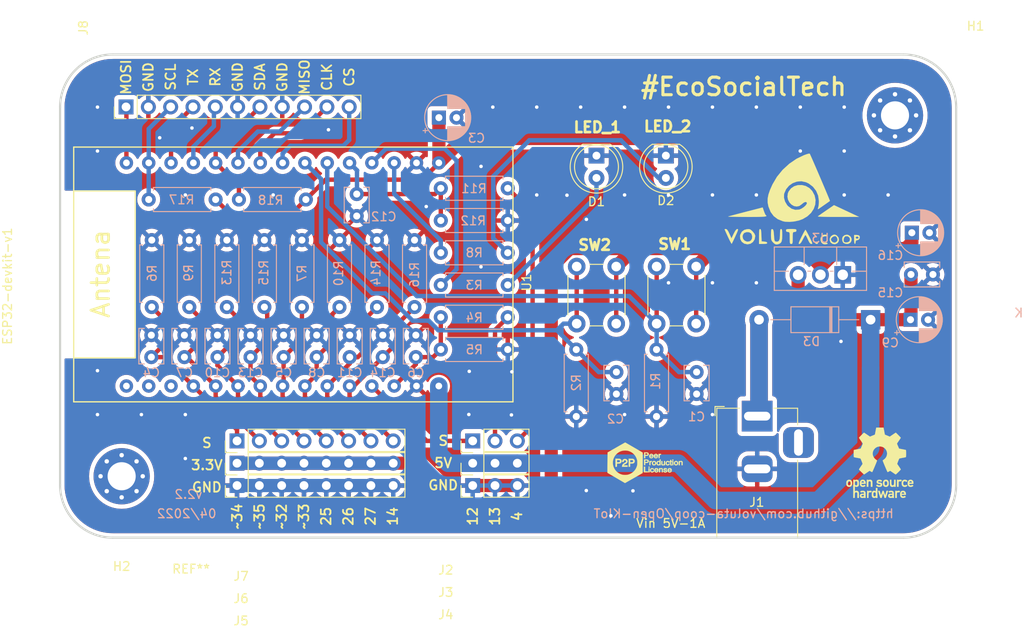
<source format=kicad_pcb>
(kicad_pcb (version 20211014) (generator pcbnew)
  (layers (0 "F.Cu" signal) (31 "B.Cu" signal) (34 "B.Paste" user) (35 "F.Paste" user) (36 "B.SilkS" user "B.Silkscreen") (37 "F.SilkS" user "F.Silkscreen") (38 "B.Mask" user) (39 "F.Mask" user) (44 "Edge.Cuts" user))
  (net 0 "")
  (net 1 "GND")
  (net 2 "PULS_1")
  (net 3 "PULS_2")
  (net 4 "+5V")
  (net 5 "+3V3")
  (net 6 "Net-(D1-Pad2)")
  (net 7 "Net-(D2-Pad2)")
  (net 8 "Net-(D3-Pad2)")
  (net 9 "CS")
  (net 10 "CLK")
  (net 11 "MISO")
  (net 12 "MOSI")
  (net 13 "SCL")
  (net 14 "SDA")
  (net 15 "RX")
  (net 16 "TX")
  (net 17 "LED_1")
  (net 18 "LED_2")
  (net 19 "IO_1")
  (net 20 "IO_5")
  (net 21 "IO_2")
  (net 22 "IO_6")
  (net 23 "IO_3")
  (net 24 "IO_7")
  (net 25 "IO_4")
  (net 26 "IO_8")
  (net 27 "O_5V")
  (net 28 "IN1_5V")
  (net 29 "IN2_5V")
  (net 33 "S1_IN_5V")
  (net 34 "S2_IN_5V")
  (footprint "LED_THT:LED_D5.0mm_Clear" (layer "F.Cu") (at 128.2475 124.545 -90)
    (fp_text reference "D2")
    (fp_text value "LED_2")
  )
  (footprint "LED_THT:LED_D5.0mm_Clear" (layer "F.Cu") (at 120.3475 124.545 -90)
    (fp_text reference "D1")
    (fp_text value "LED_1")
  )
  (footprint "eGallinero:ESP32-DevKit-v1" (layer "F.Cu") (at 85.8411 138.0681 90)
    (fp_text reference "U1")
    (fp_text value "ESP32-devkit-v1")
  )
  (footprint "Button_Switch_THT:SW_PUSH_6mm_H4.3mm" (layer "F.Cu") (at 118.0975 143.67 90)
    (fp_text reference "SW2")
    (fp_text value "SW_DIP_x01")
  )
  (footprint "Button_Switch_THT:SW_PUSH_6mm_H4.3mm" (layer "F.Cu") (at 127.1975 143.67 90)
    (fp_text reference "SW1")
    (fp_text value "SW_DIP_x01")
  )
  (footprint "Connector_BarrelJack:BarrelJack_Horizontal" (layer "F.Cu") (at 138.6425 154.2 90)
    (fp_text reference "J1")
    (fp_text value "Jack-DC")
  )
  (footprint "eGallinero:voluta_logo" (layer "F.Cu") (at 142.6 129.4)
    (fp_text reference "G***" hide)
    (fp_text value "LOGO" hide)
  )
  (footprint "MountingHole:MountingHole_3.2mm_M3_Pad_Via" (layer "F.Cu") (at 66.3 161.04)
    (fp_text reference "H2")
    (fp_text value "MountingHole")
  )
  (footprint "Connector_PinHeader_2.54mm:PinHeader_1x03_P2.54mm_Vertical" (layer "F.Cu") (at 106.2589 162.0964 90)
    (fp_text reference "J4")
    (fp_text value "Conn_01x03")
  )
  (footprint "Connector_PinHeader_2.54mm:PinHeader_1x08_P2.54mm_Vertical" (layer "F.Cu") (at 79.4339 159.5564 90)
    (fp_text reference "J6")
    (fp_text value "Conn_01x08")
  )
  (footprint "Connector_PinHeader_2.54mm:PinHeader_1x03_P2.54mm_Vertical" (layer "F.Cu") (at 106.2589 157.0164 90)
    (fp_text reference "J2")
    (fp_text value "Conn_01x03")
  )
  (footprint "eGallinero:edge_2" (layer "F.Cu") (at 74.10392 164.70232)
    (fp_text reference "REF**")
    (fp_text value "edge_2")
    (fp_line (start -8.81392 3.32768) (end 81.18608 3.32768) (layer "Edge.Cuts") (width 0.25))
    (fp_line (start 87.18608 -2.67232) (end 87.18608 -45.67232) (layer "Edge.Cuts") (width 0.25))
    (fp_line (start 81.18608 -51.67232) (end -8.81392 -51.67232) (layer "Edge.Cuts") (width 0.25))
    (fp_line (start -14.81392 -45.67232) (end -14.81392 -2.67232) (layer "Edge.Cuts") (width 0.25))
    (fp_arc (start -14.81392 -45.67232) (mid -13.056561 -49.914961) (end -8.81392 -51.67232) (layer "Edge.Cuts") (width 0.25))
    (fp_arc (start 87.18608 -2.67232) (mid 85.428727 1.570327) (end 81.18608 3.32768) (layer "Edge.Cuts") (width 0.25))
    (fp_arc (start 81.18608 -51.67232) (mid 85.428705 -49.914963) (end 87.18608 -45.67232) (layer "Edge.Cuts") (width 0.25))
    (fp_arc (start -8.81392 3.32768) (mid -13.056561 1.570321) (end -14.81392 -2.67232) (layer "Edge.Cuts") (width 0.25))
  )
  (footprint "eGallinero:licencia_p2p" (layer "F.Cu") (at 125.9 159.495077)
    (fp_text reference "G***" hide)
    (fp_text value "LOGO" hide)
  )
  (footprint "Connector_PinHeader_2.54mm:PinHeader_1x08_P2.54mm_Vertical" (layer "F.Cu") (at 79.4339 162.0964 90)
    (fp_text reference "J5")
    (fp_text value "Conn_01x08")
  )
  (footprint "Connector_PinHeader_2.54mm:PinHeader_1x11_P2.54mm_Vertical" (layer "F.Cu") (at 66.8 119 90)
    (fp_text reference "J8")
    (fp_text value "Conn_01x11")
  )
  (footprint "Connector_PinHeader_2.54mm:PinHeader_1x03_P2.54mm_Vertical" (layer "F.Cu") (at 106.2589 159.5564 90)
    (fp_text reference "J3")
    (fp_text value "Conn_01x03")
  )
  (footprint "Symbol:OSHW-Logo_7.5x8mm_SilkScreen" (layer "F.Cu") (at 152.6 159.5)
    (fp_text reference "REF**" hide)
    (fp_text value "OSHW-Logo_7.5x8mm_SilkScreen" hide)
  )
  (footprint "MountingHole:MountingHole_3.2mm_M3_Pad_Via" (layer "F.Cu") (at 154.33 119.96)
    (fp_text reference "H1")
    (fp_text value "MountingHole")
  )
  (footprint "Connector_PinHeader_2.54mm:PinHeader_1x08_P2.54mm_Vertical" (layer "F.Cu") (at 79.4339 157.0164 90)
    (fp_text reference "J7")
    (fp_text value "Conn_01x08")
  )
  (footprint "Resistor_THT:R_Axial_DIN0207_L6.3mm_D2.5mm_P7.62mm_Horizontal" (layer "B.Cu") (at 99.6375 134.16 -90)
    (fp_text reference "R16")
    (fp_text value "10K")
  )
  (footprint "Resistor_THT:R_Axial_DIN0207_L6.3mm_D2.5mm_P7.62mm_Horizontal" (layer "B.Cu") (at 74.000357 134.16 -90)
    (fp_text reference "R9")
    (fp_text value "10K")
  )
  (footprint "Capacitor_THT:C_Disc_D3.8mm_W2.6mm_P2.50mm" (layer "B.Cu") (at 84.7325 147.48 90)
    (fp_text reference "C5")
    (fp_text value "100nF")
  )
  (footprint "Resistor_THT:R_Axial_DIN0207_L6.3mm_D2.5mm_P7.62mm_Horizontal" (layer "B.Cu") (at 69.3775 129.54)
    (fp_text reference "R17")
    (fp_text value "10K")
  )
  (footprint "Resistor_THT:R_Axial_DIN0207_L6.3mm_D2.5mm_P7.62mm_Horizontal" (layer "B.Cu") (at 127.180832 146.62 -90)
    (fp_text reference "R1")
    (fp_text value "10K")
  )
  (footprint "Resistor_THT:R_Axial_DIN0207_L6.3mm_D2.5mm_P7.62mm_Horizontal" (layer "B.Cu") (at 110.2475 142.94 180)
    (fp_text reference "R4")
    (fp_text value "5K")
  )
  (footprint "Resistor_THT:R_Axial_DIN0207_L6.3mm_D2.5mm_P7.62mm_Horizontal" (layer "B.Cu") (at 82.546071 134.16 -90)
    (fp_text reference "R15")
    (fp_text value "10K")
  )
  (footprint "Capacitor_THT:C_Disc_D3.8mm_W2.6mm_P2.50mm" (layer "B.Cu") (at 93.0575 128.92 -90)
    (fp_text reference "C12")
    (fp_text value "100nF")
  )
  (footprint "Resistor_THT:R_Axial_DIN0207_L6.3mm_D2.5mm_P7.62mm_Horizontal" (layer "B.Cu") (at 91.091785 134.16 -90)
    (fp_text reference "R10")
    (fp_text value "10K")
  )
  (footprint "Capacitor_THT:C_Disc_D3.8mm_W2.6mm_P2.50mm" (layer "B.Cu") (at 69.6775 147.48 90)
    (fp_text reference "C4")
    (fp_text value "100nF")
  )
  (footprint "Resistor_THT:R_Axial_DIN0207_L6.3mm_D2.5mm_P7.62mm_Horizontal" (layer "B.Cu") (at 102.6275 131.93)
    (fp_text reference "R12")
    (fp_text value "10K")
  )
  (footprint "Capacitor_THT:C_Disc_D3.8mm_W2.6mm_P2.50mm" (layer "B.Cu") (at 77.205 147.48 90)
    (fp_text reference "C10")
    (fp_text value "100nF")
  )
  (footprint "Capacitor_THT:C_Disc_D3.8mm_W2.6mm_P2.50mm" (layer "B.Cu") (at 88.49625 147.48 90)
    (fp_text reference "C8")
    (fp_text value "100nF")
  )
  (footprint "Capacitor_THT:C_Disc_D3.8mm_W2.6mm_P2.50mm" (layer "B.Cu") (at 156.1475 138.07)
    (fp_text reference "C16")
    (fp_text value "100nF")
  )
  (footprint "Capacitor_THT:C_Disc_D3.8mm_W2.6mm_P2.50mm" (layer "B.Cu") (at 92.26 147.48 90)
    (fp_text reference "C11")
    (fp_text value "100nF")
  )
  (footprint "Resistor_THT:R_Axial_DIN0207_L6.3mm_D2.5mm_P7.62mm_Horizontal" (layer "B.Cu") (at 79.6475 129.54)
    (fp_text reference "R18")
    (fp_text value "10K")
  )
  (footprint "Capacitor_THT:C_Disc_D3.8mm_W2.6mm_P2.50mm" (layer "B.Cu") (at 96.02375 147.48 90)
    (fp_text reference "C14")
    (fp_text value "100nF")
  )
  (footprint "Package_TO_SOT_THT:TO-220F-3_Vertical" (layer "B.Cu") (at 148.38 138.11 180)
    (fp_text reference "U3")
    (fp_text value "LD1117V33C")
  )
  (footprint "Resistor_THT:R_Axial_DIN0207_L6.3mm_D2.5mm_P7.62mm_Horizontal" (layer "B.Cu") (at 95.364642 134.16 -90)
    (fp_text reference "R14")
    (fp_text value "10K")
  )
  (footprint "Capacitor_THT:CP_Radial_D5.0mm_P2.00mm" (layer "B.Cu") (at 156.2475 133.32)
    (fp_text reference "C15")
    (fp_text value "10u")
  )
  (footprint "Capacitor_THT:C_Disc_D3.8mm_W2.6mm_P2.50mm" (layer "B.Cu") (at 122.614166 149.18 -90)
    (fp_text reference "C2")
    (fp_text value "100nF")
  )
  (footprint "Diode_THT:D_DO-41_SOD81_P12.70mm_Horizontal" (layer "B.Cu") (at 151.552613 143.22 180)
    (fp_text reference "D3")
    (fp_text value "1N5819")
  )
  (footprint "Capacitor_THT:C_Disc_D3.8mm_W2.6mm_P2.50mm" (layer "B.Cu") (at 131.7475 149.18 -90)
    (fp_text reference "C1")
    (fp_text value "100nF")
  )
  (footprint "Resistor_THT:R_Axial_DIN0207_L6.3mm_D2.5mm_P7.62mm_Horizontal" (layer "B.Cu") (at 110.2475 128.26 180)
    (fp_text reference "R11")
    (fp_text value "5K")
  )
  (footprint "Capacitor_THT:C_Disc_D3.8mm_W2.6mm_P2.50mm" (layer "B.Cu") (at 99.7875 147.48 90)
    (fp_text reference "C6")
    (fp_text value "100nF")
  )
  (footprint "Resistor_THT:R_Axial_DIN0207_L6.3mm_D2.5mm_P7.62mm_Horizontal" (layer "B.Cu") (at 78.273214 134.16 -90)
    (fp_text reference "R13")
    (fp_text value "10K")
  )
  (footprint "Resistor_THT:R_Axial_DIN0207_L6.3mm_D2.5mm_P7.62mm_Horizontal" (layer "B.Cu") (at 102.6275 146.61)
    (fp_text reference "R5")
    (fp_text value "10K")
  )
  (footprint "Capacitor_THT:C_Disc_D3.8mm_W2.6mm_P2.50mm" (layer "B.Cu") (at 73.44125 147.48 90)
    (fp_text reference "C7")
    (fp_text value "100nF")
  )
  (footprint "Capacitor_THT:CP_Radial_D5.0mm_P2.00mm" (layer "B.Cu") (at 156.092388 143.22)
    (fp_text reference "C9")
    (fp_text value "100u")
  )
  (footprint "Resistor_THT:R_Axial_DIN0207_L6.3mm_D2.5mm_P7.62mm_Horizontal" (layer "B.Cu") (at 118.0475 146.62 -90)
    (fp_text reference "R2")
    (fp_text value "10K")
  )
  (footprint "Capacitor_THT:CP_Radial_D5.0mm_P2.00mm" (layer "B.Cu") (at 102.412388 120.22)
    (fp_text reference "C3")
    (fp_text value "100u")
  )
  (footprint "Resistor_THT:R_Axial_DIN0207_L6.3mm_D2.5mm_P7.62mm_Horizontal" (layer "B.Cu") (at 86.818928 134.16 -90)
    (fp_text reference "R7")
    (fp_text value "10K")
  )
  (footprint "Resistor_THT:R_Axial_DIN0207_L6.3mm_D2.5mm_P7.62mm_Horizontal" (layer "B.Cu") (at 102.6275 135.6)
    (fp_text reference "R8")
    (fp_text value "330")
  )
  (footprint "Resistor_THT:R_Axial_DIN0207_L6.3mm_D2.5mm_P7.62mm_Horizontal" (layer "B.Cu") (at 102.6275 139.27)
    (fp_text reference "R3")
    (fp_text value "330")
  )
  (footprint "Capacitor_THT:C_Disc_D3.8mm_W2.6mm_P2.50mm" (layer "B.Cu") (at 80.96875 147.48 90)
    (fp_text reference "C13")
    (fp_text value "100nF")
  )
  (footprint "Resistor_THT:R_Axial_DIN0207_L6.3mm_D2.5mm_P7.62mm_Horizontal" (layer "B.Cu") (at 69.7275 134.16 -90)
    (fp_text reference "R6")
    (fp_text value "10K")
  )
  (gr_text "04/2022" (at 73.7 165.3) (layer "B.SilkS") (effects (font (size 1 1)) (justify mirror)))
  (gr_text "https://github.com/voluta-coop/Open-KIoT" (at 137.1 165.3) (layer "B.SilkS") (effects (font (size 1 1)) (justify mirror)))
  (gr_text "v2.2" (at 73.9 163.1) (layer "B.SilkS") (effects (font (size 1 1)) (justify mirror)))
  (gr_text "GND" (at 79.5 115.6 90) (layer "F.SilkS") (effects (font (size 1.1 1.1) (thickness 0.2))))
  (gr_text "12" (at 106.257145 165.6 90) (layer "F.SilkS") (effects (font (size 1.1 1.1) (thickness 0.2))))
  (gr_text "CS" (at 92.2 115.6 90) (layer "F.SilkS") (effects (font (size 1.1 1.1) (thickness 0.2))))
  (gr_text "~34" (at 79.457145 165.6 90) (layer "F.SilkS") (effects (font (size 1.1 1.1) (thickness 0.2))))
  (gr_text "27" (at 94.628571 165.6 90) (layer "F.SilkS") (effects (font (size 1.1 1.1) (thickness 0.2))))
  (gr_text "14" (at 97.157145 165.600001 90) (layer "F.SilkS") (effects (font (size 1.1 1.1) (thickness 0.2))))
  (gr_text "5V" (at 102.899999 159.528571) (layer "F.SilkS") (effects (font (size 1.1 1.1) (thickness 0.2))))
  (gr_text "26" (at 92.1 165.6 90) (layer "F.SilkS") (effects (font (size 1.1 1.1) (thickness 0.2))))
  (gr_text "SCL" (at 71.88 115.6 90) (layer "F.SilkS") (effects (font (size 1.1 1.1) (thickness 0.2))))
  (gr_text "Vin 5V-1A" (at 128.8 166.4) (layer "F.SilkS") (effects (font (size 1 1))))
  (gr_text "~33" (at 87.042858 165.600001 90) (layer "F.SilkS") (effects (font (size 1.1 1.1) (thickness 0.2))))
  (gr_text "RX" (at 76.96 115.6 90) (layer "F.SilkS") (effects (font (size 1.1 1.1) (thickness 0.2))))
  (gr_text "#EcoSocialTech" (at 137.1 116.7) (layer "F.SilkS") (effects (font (size 2 2) (thickness 0.35))))
  (gr_text "Antena" (at 63.9 138 90) (layer "F.SilkS") (effects (font (size 2 2) (thickness 0.3))))
  (gr_text "S" (at 102.9 157) (layer "F.SilkS") (effects (font (size 1.1 1.1) (thickness 0.2))))
  (gr_text "TX" (at 74.42 115.599999 90) (layer "F.SilkS") (effects (font (size 1.1 1.1) (thickness 0.2))))
  (gr_text "~35" (at 81.985716 165.600001 90) (layer "F.SilkS") (effects (font (size 1.1 1.1) (thickness 0.2))))
  (gr_text "CLK" (at 89.66 115.599999 90) (layer "F.SilkS") (effects (font (size 1.1 1.1) (thickness 0.2))))
  (gr_text "13" (at 108.785716 165.600001 90) (layer "F.SilkS") (effects (font (size 1.1 1.1) (thickness 0.2))))
  (gr_text "S" (at 76 157.242858) (layer "F.SilkS") (effects (font (size 1.1 1.1) (thickness 0.2))))
  (gr_text "3.3V" (at 75.999999 159.771429) (layer "F.SilkS") (effects (font (size 1.1 1.1) (thickness 0.2))))
  (gr_text "25" (at 89.571429 165.6 90) (layer "F.SilkS") (effects (font (size 1.1 1.1) (thickness 0.2))))
  (gr_text "4" (at 111.314287 165.6 90) (layer "F.SilkS") (effects (font (size 1.1 1.1) (thickness 0.2))))
  (gr_text "~32" (at 84.514287 165.6 90) (layer "F.SilkS") (effects (font (size 1.1 1.1) (thickness 0.2))))
  (gr_text "MOSI" (at 66.8 115.599999 90) (layer "F.SilkS") (effects (font (size 1.1 1.1) (thickness 0.2))))
  (gr_text "GND" (at 69.34 115.6 90) (layer "F.SilkS") (effects (font (size 1.1 1.1) (thickness 0.2))))
  (gr_text "GND" (at 102.9 162.057142) (layer "F.SilkS") (effects (font (size 1.1 1.1) (thickness 0.2))))
  (gr_text "GND" (at 84.58 115.6 90) (layer "F.SilkS") (effects (font (size 1.1 1.1) (thickness 0.2))))
  (gr_text "MISO" (at 87.12 115.599999 90) (layer "F.SilkS") (effects (font (size 1.1 1.1) (thickness 0.2))))
  (gr_text "SDA" (at 82.04 115.599999 90) (layer "F.SilkS") (effects (font (size 1.1 1.1) (thickness 0.2))))
  (gr_text "GND" (at 76 162.3) (layer "F.SilkS") (effects (font (size 1.1 1.1) (thickness 0.2))))
  (segment (start 111.3389 162.0964) (end 106.2589 162.0964) (width 1.5) (layer "F.Cu") (net 1))
  (via (at 73.5475 129.02) (size 0.8) (drill 0.4) (layers "F.Cu" "B.Cu") (net 1))
  (via (at 128.5475 139.02) (size 0.8) (drill 0.4) (layers "F.Cu" "B.Cu") (net 1))
  (via (at 148.5475 124.02) (size 0.8) (drill 0.4) (layers "F.Cu" "B.Cu") (net 1))
  (via (at 143.5475 124.02) (size 0.8) (drill 0.4) (layers "F.Cu" "B.Cu") (net 1))
  (via (at 121.99 165.54) (size 0.8) (drill 0.4) (layers "F.Cu" "B.Cu") (net 1))
  (via (at 133.5475 129.02) (size 0.8) (drill 0.4) (layers "F.Cu" "B.Cu") (net 1))
  (via (at 110.7175 149.15) (size 0.8) (drill 0.4) (layers "F.Cu" "B.Cu") (net 1))
  (via (at 107.2075 125.77) (size 0.8) (drill 0.4) (layers "F.Cu" "B.Cu") (net 1))
  (via (at 148.5475 119.02) (size 0.8) (drill 0.4) (layers "F.Cu" "B.Cu") (net 1))
  (via (at 105.8175 154.01) (size 0.8) (drill 0.4) (layers "F.Cu" "B.Cu") (net 1))
  (via (at 133.5475 119.02) (size 0.8) (drill 0.4) (layers "F.Cu" "B.Cu") (net 1))
  (via (at 74.3 121.4) (size 0.8) (drill 0.4) (layers "F.Cu" "B.Cu") (net 1))
  (via (at 118.5475 119.02) (size 0.8) (drill 0.4) (layers "F.Cu" "B.Cu") (net 1))
  (via (at 153.5475 129.02) (size 0.8) (drill 0.4) (layers "F.Cu" "B.Cu") (net 1))
  (via (at 63.5475 119.02) (size 0.8) (drill 0.4) (layers "F.Cu" "B.Cu") (net 1))
  (via (at 133.5475 154.02) (size 0.8) (drill 0.4) (layers "F.Cu" "B.Cu") (net 1))
  (via (at 124.5 162.7) (size 0.8) (drill 0.4) (layers "F.Cu" "B.Cu") (net 1))
  (via (at 100.97 130.34) (size 0.8) (drill 0.4) (layers "F.Cu" "B.Cu") (net 1))
  (via (at 138.5475 129.02) (size 0.8) (drill 0.4) (layers "F.Cu" "B.Cu") (net 1))
  (via (at 73.5475 159.02) (size 0.8) (drill 0.4) (layers "F.Cu" "B.Cu") (net 1))
  (via (at 113.5475 129.02) (size 0.8) (drill 0.4) (layers "F.Cu" "B.Cu") (net 1))
  (via (at 73.5475 154.02) (size 0.8) (drill 0.4) (layers "F.Cu" "B.Cu") (net 1))
  (via (at 108.5475 119.02) (size 0.8) (drill 0.4) (layers "F.Cu" "B.Cu") (net 1))
  (via (at 63.5475 154.02) (size 0.8) (drill 0.4) (layers "F.Cu" "B.Cu") (net 1))
  (via (at 116.9875 129.05) (size 0.8) (drill 0.4) (layers "F.Cu" "B.Cu") (net 1))
  (via (at 107.2 137.2) (size 0.8) (drill 0.4) (layers "F.Cu" "B.Cu") (net 1))
  (via (at 133.5475 139.02) (size 0.8) (drill 0.4) (layers "F.Cu" "B.Cu") (net 1))
  (via (at 83.5475 129.02) (size 0.8) (drill 0.4) (layers "F.Cu" "B.Cu") (net 1))
  (via (at 148.5475 129.02) (size 0.8) (drill 0.4) (layers "F.Cu" "B.Cu") (net 1))
  (via (at 123.5475 129.02) (size 0.8) (drill 0.4) (layers "F.Cu" "B.Cu") (net 1))
  (via (at 143.5475 119.02) (size 0.8) (drill 0.4) (layers "F.Cu" "B.Cu") (net 1))
  (via (at 123.5475 119.02) (size 0.8) (drill 0.4) (layers "F.Cu" "B.Cu") (net 1))
  (via (at 63.5475 124.02) (size 0.8) (drill 0.4) (layers "F.Cu" "B.Cu") (net 1))
  (via (at 119.2 131.8) (size 0.8) (drill 0.4) (layers "F.Cu" "B.Cu") (net 1))
  (via (at 113.5475 119.02) (size 0.8) (drill 0.4) (layers "F.Cu" "B.Cu") (net 1))
  (via (at 70.63 122.51) (size 0.8) (drill 0.4) (layers "F.Cu" "B.Cu") (net 1))
  (via (at 110.6675 154.06) (size 0.8) (drill 0.4) (layers "F.Cu" "B.Cu") (net 1))
  (via (at 148.18 145.69) (size 0.8) (drill 0.4) (layers "F.Cu" "B.Cu") (net 1))
  (via (at 138.5475 139.02) (size 0.8) (drill 0.4) (layers "F.Cu" "B.Cu") (net 1))
  (via (at 123.5475 154.02) (size 0.8) (drill 0.4) (layers "F.Cu" "B.Cu") (net 1))
  (via (at 89.84 121.6) (size 0.8) (drill 0.4) (layers "F.Cu" "B.Cu") (net 1))
  (via (at 119.19 162.67) (size 0.8) (drill 0.4) (layers "F.Cu" "B.Cu") (net 1))
  (via (at 63.5475 149.02) (size 0.8) (drill 0.4) (layers "F.Cu" "B.Cu") (net 1))
  (via (at 128.5475 119.02) (size 0.8) (drill 0.4) (layers "F.Cu" "B.Cu") (net 1))
  (via (at 128.5475 129.02) (size 0.8) (drill 0.4) (layers "F.Cu" "B.Cu") (net 1))
  (via (at 105.8675 149.1) (size 0.8) (drill 0.4) (layers "F.Cu" "B.Cu") (net 1))
  (via (at 68.5475 154.02) (size 0.8) (drill 0.4) (layers "F.Cu" "B.Cu") (net 1))
  (via (at 138.5475 119.02) (size 0.8) (drill 0.4) (layers "F.Cu" "B.Cu") (net 1))
  (segment (start 97.2139 162.0964) (end 79.4339 162.0964) (width 1.5) (layer "B.Cu") (net 1))
  (segment (start 118.0975 137.17) (end 118.0975 143.67) (width 0.5) (layer "F.Cu") (net 2))
  (segment (start 89.00158 134.402557) (end 94.819023 140.22) (width 0.5) (layer "B.Cu") (net 2))
  (segment (start 116.3725 143.895) (end 116.3625 143.905) (width 0.5) (layer "B.Cu") (net 2))
  (segment (start 120.6075 149.18) (end 118.0475 146.62) (width 0.5) (layer "B.Cu") (net 2))
  (segment (start 94.819023 140.22) (end 96.310424 140.22) (width 0.5) (layer "B.Cu") (net 2))
  (segment (start 99.420913 143.330489) (end 101.250913 143.330489) (width 0.5) (layer "B.Cu") (net 2))
  (segment (start 116.3625 144.935) (end 118.0475 146.62) (width 0.5) (layer "B.Cu") (net 2))
  (segment (start 116.3725 143.895) (end 116.5975 143.67) (width 0.5) (layer "B.Cu") (net 2))
  (segment (start 115.8475 144.42) (end 116.3625 144.935) (width 0.5) (layer "B.Cu") (net 2))
  (segment (start 87.1611 125.3681) (end 89.00158 127.20858) (width 0.5) (layer "B.Cu") (net 2))
  (segment (start 116.5975 143.67) (end 118.0975 143.67) (width 0.5) (layer "B.Cu") (net 2))
  (segment (start 102.340424 144.42) (end 115.8475 144.42) (width 0.5) (layer "B.Cu") (net 2))
  (segment (start 118.0975 146.57) (end 118.0475 146.62) (width 0.5) (layer "B.Cu") (net 2))
  (segment (start 89.00158 127.20858) (end 89.00158 134.402557) (width 0.5) (layer "B.Cu") (net 2))
  (segment (start 116.3625 143.905) (end 116.3625 144.935) (width 0.5) (layer "B.Cu") (net 2))
  (segment (start 122.614166 149.18) (end 120.6075 149.18) (width 0.5) (layer "B.Cu") (net 2))
  (segment (start 96.310424 140.22) (end 99.420913 143.330489) (width 0.5) (layer "B.Cu") (net 2))
  (segment (start 115.8475 144.42) (end 116.3725 143.895) (width 0.5) (layer "B.Cu") (net 2))
  (segment (start 101.250913 143.330489) (end 102.340424 144.42) (width 0.5) (layer "B.Cu") (net 2))
  (segment (start 127.1975 137.17) (end 127.1975 143.67) (width 0.5) (layer "F.Cu") (net 3))
  (segment (start 131.7475 149.18) (end 129.740832 149.18) (width 0.5) (layer "B.Cu") (net 3))
  (segment (start 127.1975 146.603332) (end 127.180832 146.62) (width 0.5) (layer "B.Cu") (net 3))
  (segment (start 99.897344 140.530489) (end 89.7011 130.334245) (width 0.5) (layer "B.Cu") (net 3))
  (segment (start 127.1975 143.67) (end 124.057989 140.530489) (width 0.5) (layer "B.Cu") (net 3))
  (segment (start 89.7011 130.334245) (end 89.7011 125.3681) (width 0.5) (layer "B.Cu") (net 3))
  (segment (start 127.1975 143.67) (end 127.1975 146.603332) (width 0.5) (layer "B.Cu") (net 3))
  (segment (start 124.057989 140.530489) (end 99.897344 140.530489) (width 0.5) (layer "B.Cu") (net 3))
  (segment (start 129.740832 149.18) (end 127.180832 146.62) (width 0.5) (layer "B.Cu") (net 3))
  (segment (start 151.552613 143.22) (end 156.092388 143.22) (width 1.5) (layer "F.Cu") (net 4))
  (segment (start 156.1475 143.164888) (end 156.092388 143.22) (width 1.5) (layer "F.Cu") (net 4))
  (segment (start 156.1475 138.07) (end 156.1475 143.164888) (width 1.5) (layer "F.Cu") (net 4))
  (segment (start 146.02 143.22) (end 151.552613 143.22) (width 1.5) (layer "F.Cu") (net 4))
  (segment (start 106.2589 159.5564) (end 111.3389 159.5564) (width 2) (layer "F.Cu") (net 4))
  (segment (start 143.3 138.11) (end 143.3 140.5) (width 1.5) (layer "F.Cu") (net 4))
  (segment (start 143.3 140.5) (end 146.02 143.22) (width 1.5) (layer "F.Cu") (net 4))
  (segment (start 106.3139 159.5564) (end 103.4639 159.5564) (width 2) (layer "B.Cu") (net 4))
  (segment (start 103.4639 159.5564) (end 102.4011 158.4936) (width 2) (layer "B.Cu") (net 4))
  (segment (start 111.3939 159.5564) (end 106.3139 159.5564) (width 2) (layer "B.Cu") (net 4))
  (segment (start 129.6564 159.5564) (end 133.9 163.8) (width 2) (layer "B.Cu") (net 4))
  (segment (start 151.552613 157.847387) (end 151.552613 148.761999) (width 2) (layer "B.Cu") (net 4))
  (segment (start 102.4011 158.4936) (end 102.4011 150.7681) (width 2) (layer "B.Cu") (net 4))
  (segment (start 133.9 163.8) (end 145.6 163.8) (width 2) (layer "B.Cu") (net 4))
  (segment (start 145.6 163.8) (end 151.552613 157.847387) (width 2) (layer "B.Cu") (net 4))
  (segment (start 111.3389 159.5564) (end 129.6564 159.5564) (width 2) (layer "B.Cu") (net 4))
  (segment (start 151.552613 148.761999) (end 151.552613 143.22) (width 2) (layer "B.Cu") (net 4))
  (segment (start 87.2675 129.54) (end 85.417989 131.389511) (width 0.5) (layer "F.Cu") (net 5))
  (segment (start 137.375489 122.595489) (end 149.900489 135.120489) (width 1.5) (layer "F.Cu") (net 5))
  (segment (start 102.412388 125.356812) (end 102.4011 125.3681) (width 1.5) (layer "F.Cu") (net 5))
  (segment (start 99.67892 159.5564) (end 104.5175 164.39498) (width 1.5) (layer "F.Cu") (net 5))
  (segment (start 145.620489 135.120489) (end 143.879511 135.120489) (width 1.5) (layer "F.Cu") (net 5))
  (segment (start 113.60502 164.39498) (end 115.2 162.8) (width 1.5) (layer "F.Cu") (net 5))
  (segment (start 97.2139 159.5564) (end 99.67892 159.5564) (width 1.5) (layer "F.Cu") (net 5))
  (segment (start 78.847011 131.389511) (end 76.9975 129.54) (width 0.5) (layer "F.Cu") (net 5))
  (segment (start 97.2139 159.5564) (end 79.4339 159.5564) (width 1.5) (layer "F.Cu") (net 5))
  (segment (start 115.2 162.8) (end 115.2 137.239763) (width 1.5) (layer "F.Cu") (net 5))
  (segment (start 131.6975 137.17) (end 133.747011 135.120489) (width 1.5) (layer "F.Cu") (net 5))
  (segment (start 135.047989 135.120489) (end 124.647011 135.120489) (width 1.5) (layer "F.Cu") (net 5))
  (segment (start 102.4011 125.3681) (end 102.4011 125.389965) (width 1.5) (layer "F.Cu") (net 5))
  (segment (start 155.547011 135.120489) (end 149.900489 135.120489) (width 1.5) (layer "F.Cu") (net 5))
  (segment (start 124.647011 135.120489) (end 122.5975 137.17) (width 1.5) (layer "F.Cu") (net 5))
  (segment (start 145.84 137.22) (end 147.939511 135.120489) (width 1.5) (layer "F.Cu") (net 5))
  (segment (start 102.4011 125.3681) (end 105.173711 122.595489) (width 1.5) (layer "F.Cu") (net 5))
  (segment (start 145.84 137.080978) (end 143.879511 135.120489) (width 1.5) (layer "F.Cu") (net 5))
  (segment (start 131.6975 143.67) (end 131.6975 137.17) (width 0.5) (layer "F.Cu") (net 5))
  (segment (start 145.84 138.11) (end 145.84 137.22) (width 1.5) (layer "F.Cu") (net 5))
  (segment (start 133.747011 135.120489) (end 135.047989 135.120489) (width 1.5) (layer "F.Cu") (net 5))
  (segment (start 117.319274 135.120489) (end 124.647011 135.120489) (width 1.5) (layer "F.Cu") (net 5))
  (segment (start 100.511065 127.28) (end 89.5275 127.28) (width 0.5) (layer "F.Cu") (net 5))
  (segment (start 156.2475 133.32) (end 156.2475 134.42) (width 1.5) (layer "F.Cu") (net 5))
  (segment (start 89.5275 127.28) (end 87.2675 129.54) (width 0.5) (layer "F.Cu") (net 5))
  (segment (start 102.412388 120.22) (end 102.412388 125.356812) (width 1.5) (layer "F.Cu") (net 5))
  (segment (start 104.5175 164.39498) (end 113.60502 164.39498) (width 1.5) (layer "F.Cu") (net 5))
  (segment (start 115.2 137.239763) (end 117.319274 135.120489) (width 1.5) (layer "F.Cu") (net 5))
  (segment (start 143.879511 135.120489) (end 135.047989 135.120489) (width 1.5) (layer "F.Cu") (net 5))
  (segment (start 145.84 138.11) (end 145.84 135.34) (width 1.5) (layer "F.Cu") (net 5))
  (segment (start 122.5975 143.67) (end 122.5975 137.17) (width 0.5) (layer "F.Cu") (net 5))
  (segment (start 85.417989 131.389511) (end 78.847011 131.389511) (width 0.5) (layer "F.Cu") (net 5))
  (segment (start 147.939511 135.120489) (end 145.620489 135.120489) (width 1.5) (layer "F.Cu") (net 5))
  (segment (start 156.2475 134.42) (end 155.547011 135.120489) (width 1.5) (layer "F.Cu") (net 5))
  (segment (start 105.173711 122.595489) (end 137.375489 122.595489) (width 1.5) (layer "F.Cu") (net 5))
  (segment (start 145.84 135.34) (end 145.620489 135.120489) (width 1.5) (layer "F.Cu") (net 5))
  (segment (start 102.4011 125.389965) (end 100.511065 127.28) (width 0.5) (layer "F.Cu") (net 5))
  (segment (start 149.900489 135.120489) (end 147.939511 135.120489) (width 1.5) (layer "F.Cu") (net 5))
  (segment (start 145.84 138.11) (end 145.84 137.080978) (width 1.5) (layer "F.Cu") (net 5))
  (segment (start 94.6739 159.5564) (end 92.1339 159.5564) (width 1.5) (layer "B.Cu") (net 5))
  (segment (start 92.1339 159.5564) (end 89.5939 159.5564) (width 1.5) (layer "B.Cu") (net 5))
  (segment (start 97.2139 159.5664) (end 97.2039 159.5564) (width 1.5) (layer "B.Cu") (net 5))
  (segment (start 97.2039 159.5564) (end 94.6739 159.5564) (width 1.5) (layer "B.Cu") (net 5))
  (segment (start 79.4339 159.5564) (end 84.5139 159.5564) (width 1.5) (layer "B.Cu") (net 5))
  (segment (start 87.0539 159.5564) (end 89.5939 159.5564) (width 1.5) (layer "B.Cu") (net 5))
  (segment (start 97.2139 159.5564) (end 97.2139 159.5664) (width 1.5) (layer "B.Cu") (net 5))
  (segment (start 87.0539 159.5564) (end 84.5139 159.5564) (width 1.5) (layer "B.Cu") (net 5))
  (segment (start 120.3475 129.17) (end 120.3475 127.085) (width 0.5) (layer "B.Cu") (net 6))
  (segment (start 110.2475 139.27) (end 120.3475 129.17) (width 0.5) (layer "B.Cu") (net 6))
  (segment (start 123.122989 122.795489) (end 127.4125 127.085) (width 0.5) (layer "B.Cu") (net 7))
  (segment (start 112.704511 122.795489) (end 123.122989 122.795489) (width 0.5) (layer "B.Cu") (net 7))
  (segment (start 110.2475 135.6) (end 108.597989 133.950489) (width 0.5) (layer "B.Cu") (net 7))
  (segment (start 127.4125 127.085) (end 128.2475 127.085) (width 0.5) (layer "B.Cu") (net 7))
  (segment (start 108.597989 133.950489) (end 108.597989 126.902011) (width 0.5) (layer "B.Cu") (net 7))
  (segment (start 108.597989 126.902011) (end 112.704511 122.795489) (width 0.5) (layer "B.Cu") (net 7))
  (segment (start 138.852613 153.989887) (end 138.6425 154.2) (width 1.5) (layer "F.Cu") (net 8))
  (segment (start 138.852613 143.22) (end 138.852613 153.989887) (width 2) (layer "F.Cu") (net 8))
  (segment (start 138.852613 143.22) (end 138.852613 153.989887) (width 2) (layer "B.Cu") (net 8))
  (segment (start 138.852613 153.989887) (end 138.6425 154.2) (width 1.5) (layer "B.Cu") (net 8))
  (segment (start 85.5 123.43) (end 91.53 123.43) (width 0.5) (layer "B.Cu") (net 9))
  (segment (start 92.2 122.76) (end 92.2 119) (width 0.5) (layer "B.Cu") (net 9))
  (segment (start 84.6211 125.3681) (end 84.6211 124.3089) (width 0.5) (layer "B.Cu") (net 9))
  (segment (start 91.53 123.43) (end 92.2 122.76) (width 0.5) (layer "B.Cu") (net 9))
  (segment (start 84.6211 124.3089) (end 85.5 123.43) (width 0.5) (layer "B.Cu") (net 9))
  (segment (start 89.66 119) (end 86.66 122) (width 0.5) (layer "F.Cu") (net 10))
  (segment (start 82.0811 125.3681) (end 82.0811 123.6189) (width 0.5) (layer "F.Cu") (net 10))
  (segment (start 86.66 122) (end 83.7 122) (width 0.5) (layer "F.Cu") (net 10))
  (segment (start 82.0811 123.6189) (end 83.7 122) (width 0.5) (layer "F.Cu") (net 10))
  (segment (start 79.5411 124.0589) (end 81.8 121.8) (width 0.5) (layer "B.Cu") (net 11))
  (segment (start 84.32 121.8) (end 87.12 119) (width 0.5) (layer "B.Cu") (net 11))
  (segment (start 81.8 121.8) (end 84.32 121.8) (width 0.5) (layer "B.Cu") (net 11))
  (segment (start 79.5411 125.3681) (end 79.5411 124.0589) (width 0.5) (layer "B.Cu") (net 11))
  (segment (start 66.8411 119.0411) (end 66.8 119) (width 0.5) (layer "F.Cu") (net 12))
  (segment (start 66.8411 125.3681) (end 66.8411 119.0411) (width 0.5) (layer "F.Cu") (net 12))
  (segment (start 69.3775 125.3717) (end 69.3811 125.3681) (width 0.5) (layer "B.Cu") (net 13))
  (segment (start 69.3811 121.4989) (end 71.88 119) (width 0.5) (layer "B.Cu") (net 13))
  (segment (start 69.3811 125.3681) (end 69.3811 121.4989) (width 0.5) (layer "B.Cu") (net 13))
  (segment (start 69.3775 129.54) (end 69.3775 125.3717) (width 0.5) (layer "B.Cu") (net 13))
  (segment (start 79.6475 129.54) (end 79.6475 128.0145) (width 0.5) (layer "F.Cu") (net 14))
  (segment (start 79.6475 128.0145) (end 77.0011 125.3681) (width 0.5) (layer "F.Cu") (net 14))
  (segment (start 77.0011 124.0389) (end 82.04 119) (width 0.5) (layer "F.Cu") (net 14))
  (segment (start 77.0011 125.3681) (end 77.0011 124.0389) (width 0.5) (layer "F.Cu") (net 14))
  (segment (start 76.800489 121.199511) (end 76.800489 119.159511) (width 0.5) (layer "B.Cu") (net 15))
  (segment (start 76.800489 119.159511) (end 76.96 119) (width 0.5) (layer "B.Cu") (net 15))
  (segment (start 74.4611 123.5389) (end 76.800489 121.199511) (width 0.5) (layer "B.Cu") (net 15))
  (segment (start 74.4611 125.3681) (end 74.4611 123.5389) (width 0.5) (layer "B.Cu") (net 15))
  (segment (start 71.9211 125.3681) (end 71.9211 121.4989) (width 0.5) (layer "F.Cu") (net 16))
  (segment (start 71.9211 121.4989) (end 74.42 119) (width 0.5) (layer "F.Cu") (net 16))
  (segment (start 94.7811 125.3681) (end 96.392611 123.756589) (width 0.5) (layer "B.Cu") (net 17))
  (segment (start 104.4175 125.105478) (end 104.4175 137.48) (width 0.5) (layer "B.Cu") (net 17))
  (segment (start 103.068611 123.756589) (end 104.4175 125.105478) (width 0.5) (layer "B.Cu") (net 17))
  (segment (start 96.392611 123.756589) (end 103.068611 123.756589) (width 0.5) (layer "B.Cu") (net 17))
  (segment (start 104.4175 137.48) (end 102.6275 139.27) (width 0.5) (layer "B.Cu") (net 17))
  (segment (start 97.3211 125.3681) (end 97.3211 128.8936) (width 0.5) (layer "B.Cu") (net 18))
  (segment (start 97.3211 128.8936) (end 102.6275 134.2) (width 0.5) (layer "B.Cu") (net 18))
  (segment (start 102.6275 135.6) (end 102.6275 134.2) (width 0.5) (layer "B.Cu") (net 18))
  (segment (start 71.173 147.48) (end 69.6775 147.48) (width 0.5) (layer "F.Cu") (net 19))
  (segment (start 79.4339 156.9864) (end 79.4339 155.7064) (width 0.5) (layer "F.Cu") (net 19))
  (segment (start 71.327011 145.830489) (end 71.327011 143.379511) (width 0.5) (layer "F.Cu") (net 19))
  (segment (start 69.6775 147.48) (end 71.327011 145.830489) (width 0.5) (layer "F.Cu") (net 19))
  (segment (start 74.4611 150.7681) (end 71.173 147.48) (width 0.5) (layer "F.Cu") (net 19))
  (segment (start 71.327011 143.379511) (end 69.7275 141.78) (width 0.5) (layer "F.Cu") (net 19))
  (segment (start 79.3994 155.7064) (end 74.4611 150.7681) (width 0.5) (layer "F.Cu") (net 19))
  (segment (start 79.4339 155.7064) (end 79.3994 155.7064) (width 0.5) (layer "F.Cu") (net 19))
  (segment (start 86.818928 145.393572) (end 86.818928 141.78) (width 0.5) (layer "F.Cu") (net 20))
  (segment (start 84.7325 150.6567) (end 84.6211 150.7681) (width 0.5) (layer "F.Cu") (net 20))
  (segment (start 84.6211 152.0136) (end 89.5939 156.9864) (width 0.5) (layer "F.Cu") (net 20))
  (segment (start 84.7325 147.48) (end 86.818928 145.393572) (width 0.5) (layer "F.Cu") (net 20))
  (segment (start 84.6211 150.7681) (end 84.6211 152.0136) (width 0.5) (layer "F.Cu") (net 20))
  (segment (start 84.7325 147.48) (end 84.7325 150.6567) (width 0.5) (layer "F.Cu") (net 20))
  (segment (start 73.44125 147.48) (end 75.1475 145.77375) (width 0.5) (layer "F.Cu") (net 21))
  (segment (start 73.713 147.48) (end 77.0011 150.7681) (width 0.5) (layer "F.Cu") (net 21))
  (segment (start 77.0011 152.0136) (end 81.9739 156.9864) (width 0.5) (layer "F.Cu") (net 21))
  (segment (start 75.1475 145.77375) (end 75.1475 142.927143) (width 0.5) (layer "F.Cu") (net 21))
  (segment (start 77.0011 150.7681) (end 77.0011 152.0136) (width 0.5) (layer "F.Cu") (net 21))
  (segment (start 77.0011 150.7681) (end 77.5356 150.7681) (width 0.5) (layer "F.Cu") (net 21))
  (segment (start 73.44125 147.48) (end 73.713 147.48) (width 0.5) (layer "F.Cu") (net 21))
  (segment (start 75.1475 142.927143) (end 74.000357 141.78) (width 0.5) (layer "F.Cu") (net 21))
  (segment (start 87.1611 152.0136) (end 92.1339 156.9864) (width 0.5) (layer "F.Cu") (net 22))
  (segment (start 88.49625 147.48) (end 90.2675 145.70875) (width 0.5) (layer "F.Cu") (net 22))
  (segment (start 87.1611 150.7681) (end 87.1611 152.0136) (width 0.5) (layer "F.Cu") (net 22))
  (segment (start 88.49625 149.43295) (end 87.1611 150.7681) (width 0.5) (layer "F.Cu") (net 22))
  (segment (start 90.2675 145.70875) (end 90.2675 142.604285) (width 0.5) (layer "F.Cu") (net 22))
  (segment (start 88.49625 147.48) (end 88.49625 149.43295) (width 0.5) (layer "F.Cu") (net 22))
  (segment (start 90.2675 142.604285) (end 91.091785 141.78) (width 0.5) (layer "F.Cu") (net 22))
  (segment (start 80.0756 150.7681) (end 79.5411 150.7681) (width 0.5) (layer "F.Cu") (net 23))
  (segment (start 79.1775 145.5075) (end 79.1775 142.684286) (width 0.5) (layer "F.Cu") (net 23))
  (segment (start 79.5411 152.0136) (end 84.5139 156.9864) (width 0.5) (layer "F.Cu") (net 23))
  (segment (start 79.1775 142.684286) (end 78.273214 141.78) (width 0.5) (layer "F.Cu") (net 23))
  (segment (start 77.205 148.432) (end 79.5411 150.7681) (width 0.5) (layer "F.Cu") (net 23))
  (segment (start 79.5411 150.7681) (end 79.5411 152.0136) (width 0.5) (layer "F.Cu") (net 23))
  (segment (start 77.205 147.48) (end 79.1775 145.5075) (width 0.5) (layer "F.Cu") (net 23))
  (segment (start 77.205 147.48) (end 77.205 148.432) (width 0.5) (layer "F.Cu") (net 23))
  (segment (start 89.7011 152.0136) (end 94.6739 156.9864) (width 0.5) (layer "F.Cu") (net 24))
  (segment (start 89.7011 150.7681) (end 89.7011 152.0136) (width 0.5) (layer "F.Cu") (net 24))
  (segment (start 93.1775 147.48) (end 92.26 147.48) (width 0.5) (layer "F.Cu") (net 24))
  (segment (start 93.9575 146.7) (end 93.1775 147.48) (width 0.5) (layer "F.Cu") (net 24))
  (segment (start 93.9575 143.187142) (end 93.9575 146.7) (width 0.5) (layer "F.Cu") (net 24))
  (segment (start 92.26 148.2092) (end 89.7011 150.7681) (width 0.5) (layer "F.Cu") (net 24))
  (segment (start 95.364642 141.78) (end 93.9575 143.187142) (width 0.5) (layer "F.Cu") (net 24))
  (segment (start 92.26 147.48) (end 92.26 148.2092) (width 0.5) (layer "F.Cu") (net 24))
  (segment (start 82.8675 145.58125) (end 82.8675 142.101429) (width 0.5) (layer "F.Cu") (net 25))
  (segment (start 80.96875 149.65575) (end 82.0811 150.7681) (width 0.5) (layer "F.Cu") (net 25))
  (segment (start 82.8675 142.101429) (end 82.546071 141.78) (width 0.5) (layer "F.Cu") (net 25))
  (segment (start 82.0811 152.0136) (end 87.0539 156.9864) (width 0.5) (layer "F.Cu") (net 25))
  (segment (start 80.96875 147.48) (end 80.96875 149.65575) (width 0.5) (layer "F.Cu") (net 25))
  (segment (start 82.0811 150.7681) (end 82.0811 152.0136) (width 0.5) (layer "F.Cu") (net 25))
  (segment (start 80.96875 147.48) (end 82.8675 145.58125) (width 0.5) (layer "F.Cu") (net 25))
  (segment (start 92.2411 150.7681) (end 92.2411 152.0136) (width 0.5) (layer "F.Cu") (net 26))
  (segment (start 97.69375 145.81) (end 96.02375 147.48) (width 0.5) (layer "F.Cu") (net 26))
  (segment (start 97.7275 143.69) (end 97.7275 145.81) (width 0.5) (layer "F.Cu") (net 26))
  (segment (start 92.2411 152.0136) (end 97.2139 156.9864) (width 0.5) (layer "F.Cu") (net 26))
  (segment (start 96.02375 147.48) (end 92.73565 150.7681) (width 0.5) (layer "F.Cu") (net 26))
  (segment (start 92.73565 150.7681) (end 92.2411 150.7681) (width 0.5) (layer "F.Cu") (net 26))
  (segment (start 99.6375 141.78) (end 97.7275 143.69) (width 0.5) (layer "F.Cu") (net 26))
  (segment (start 97.7275 145.81) (end 97.69375 145.81) (width 0.5) (layer "F.Cu") (net 26))
  (segment (start 94.7811 150.7681) (end 101.0294 157.0164) (width 0.5) (layer "F.Cu") (net 27))
  (segment (start 101.0294 157.0164) (end 106.2589 157.0164) (width 0.5) (layer "F.Cu") (net 27))
  (segment (start 108.7989 144.3886) (end 108.7989 157.0164) (width 0.5) (layer "F.Cu") (net 28))
  (segment (start 110.2475 142.94) (end 108.7989 144.3886) (width 0.5) (layer "F.Cu") (net 28))
  (segment (start 113.0775 131.09) (end 110.2475 128.26) (width 0.5) (layer "F.Cu") (net 29))
  (segment (start 111.3389 157.0164) (end 113.0775 155.2778) (width 0.5) (layer "F.Cu") (net 29))
  (segment (start 113.0775 155.2778) (end 113.0775 131.09) (width 0.5) (layer "F.Cu") (net 29))
  (segment (start 99.7875 148.3017) (end 97.3211 150.7681) (width 0.5) (layer "F.Cu") (net 33))
  (segment (start 99.7875 147.48) (end 99.7875 148.3017) (width 0.5) (layer "F.Cu") (net 33))
  (segment (start 99.7875 147.48) (end 101.7575 147.48) (width 0.5) (layer "F.Cu") (net 33))
  (segment (start 102.6275 146.61) (end 102.6275 142.94) (width 0.5) (layer "F.Cu") (net 33))
  (segment (start 101.7575 147.48) (end 102.6275 146.61) (width 0.5) (layer "F.Cu") (net 33))
  (segment (start 93.0575 128.92) (end 101.9675 128.92) (width 0.5) (layer "F.Cu") (net 34))
  (segment (start 102.6275 131.93) (end 102.6275 128.26) (width 0.5) (layer "F.Cu") (net 34))
  (segment (start 101.9675 128.92) (end 102.6275 128.26) (width 0.5) (layer "F.Cu") (net 34))
  (segment (start 93.0975 126.2245) (end 93.0875 126.2345) (width 0.5) (layer "B.Cu") (net 34))
  (segment (start 93.0975 126.2245) (end 92.2411 125.3681) (width 0.5) (layer "B.Cu") (net 34))
  (segment (start 93.0875 126.2345) (end 93.0875 128.93) (width 0.5) (layer "B.Cu") (net 34))
  (zone (net 1) (net_name "GND") (layers F&B.Cu) (connect_pads (clearance 0.508)) (min_thickness 0.254) (fill yes (thermal_gap 0.508) (thermal_bridge_width 0.508))
    (polygon (pts (xy 163.89 170.08) (xy 56.15 170.08) (xy 56.15 111.24) (xy 163.89 111.24)))
  )
  (zone (net 0) (net_name "") (layers F&B.Cu) (name "Antena") (connect_pads (clearance 0)) (min_thickness 0.254)
    (keepout (tracks not_allowed) (vias not_allowed) (pads not_allowed) (copperpour not_allowed) (footprints not_allowed))
    (fill (thermal_gap 0.508) (thermal_bridge_width 0.508))
    (polygon (pts (xy 67.8075 147.63) (xy 55.3175 147.63) (xy 55.3175 128.53) (xy 67.8075 128.53)))
  )
)
</source>
